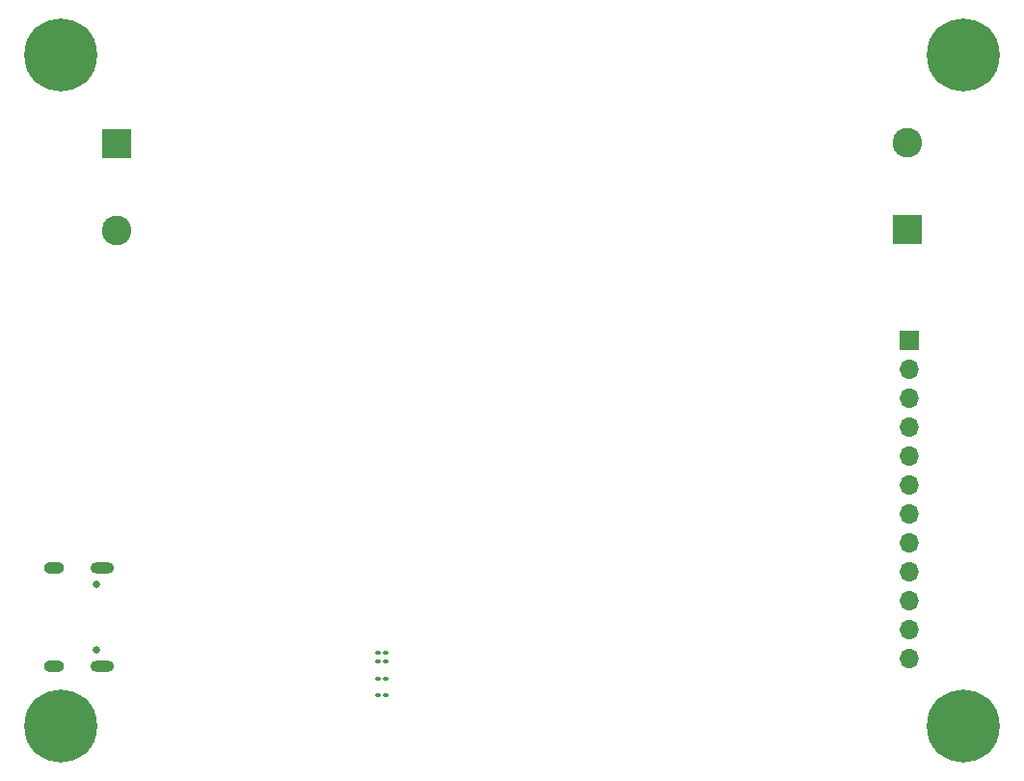
<source format=gbr>
G04 #@! TF.GenerationSoftware,KiCad,Pcbnew,9.0.3*
G04 #@! TF.CreationDate,2025-08-19T12:31:52-07:00*
G04 #@! TF.ProjectId,battery_protector,62617474-6572-4795-9f70-726f74656374,rev?*
G04 #@! TF.SameCoordinates,Original*
G04 #@! TF.FileFunction,Soldermask,Bot*
G04 #@! TF.FilePolarity,Negative*
%FSLAX46Y46*%
G04 Gerber Fmt 4.6, Leading zero omitted, Abs format (unit mm)*
G04 Created by KiCad (PCBNEW 9.0.3) date 2025-08-19 12:31:52*
%MOMM*%
%LPD*%
G01*
G04 APERTURE LIST*
G04 Aperture macros list*
%AMRoundRect*
0 Rectangle with rounded corners*
0 $1 Rounding radius*
0 $2 $3 $4 $5 $6 $7 $8 $9 X,Y pos of 4 corners*
0 Add a 4 corners polygon primitive as box body*
4,1,4,$2,$3,$4,$5,$6,$7,$8,$9,$2,$3,0*
0 Add four circle primitives for the rounded corners*
1,1,$1+$1,$2,$3*
1,1,$1+$1,$4,$5*
1,1,$1+$1,$6,$7*
1,1,$1+$1,$8,$9*
0 Add four rect primitives between the rounded corners*
20,1,$1+$1,$2,$3,$4,$5,0*
20,1,$1+$1,$4,$5,$6,$7,0*
20,1,$1+$1,$6,$7,$8,$9,0*
20,1,$1+$1,$8,$9,$2,$3,0*%
G04 Aperture macros list end*
%ADD10C,0.650000*%
%ADD11O,2.100000X1.000000*%
%ADD12O,1.800000X1.000000*%
%ADD13R,1.700000X1.700000*%
%ADD14O,1.700000X1.700000*%
%ADD15C,3.600000*%
%ADD16C,6.400000*%
%ADD17RoundRect,0.102000X-1.200000X1.200000X-1.200000X-1.200000X1.200000X-1.200000X1.200000X1.200000X0*%
%ADD18C,2.604000*%
%ADD19RoundRect,0.102000X1.200000X-1.200000X1.200000X1.200000X-1.200000X1.200000X-1.200000X-1.200000X0*%
%ADD20RoundRect,0.100000X0.130000X0.100000X-0.130000X0.100000X-0.130000X-0.100000X0.130000X-0.100000X0*%
G04 APERTURE END LIST*
D10*
X84056000Y-112360000D03*
X84056000Y-118140000D03*
D11*
X84556000Y-110930000D03*
D12*
X80376000Y-110930000D03*
D11*
X84556000Y-119570000D03*
D12*
X80376000Y-119570000D03*
D13*
X155500000Y-90940000D03*
D14*
X155500000Y-93480000D03*
X155500000Y-96020000D03*
X155500000Y-98560000D03*
X155500000Y-101100000D03*
X155500000Y-103640000D03*
X155500000Y-106180000D03*
X155500000Y-108720000D03*
X155500000Y-111260000D03*
X155500000Y-113800000D03*
X155500000Y-116340000D03*
X155500000Y-118880000D03*
D15*
X80963923Y-65907119D03*
D16*
X80963923Y-65907119D03*
D15*
X160200000Y-65907119D03*
D16*
X160200000Y-65907119D03*
D15*
X80963923Y-124800000D03*
D16*
X80963923Y-124800000D03*
D15*
X160200000Y-124800000D03*
D16*
X160200000Y-124800000D03*
D17*
X85887500Y-73690000D03*
D18*
X85887500Y-81310000D03*
D19*
X155310000Y-81190000D03*
D18*
X155310000Y-73570000D03*
D20*
X109470000Y-118400000D03*
X108830000Y-118400000D03*
X109470000Y-120630000D03*
X108830000Y-120630000D03*
X109470000Y-119130000D03*
X108830000Y-119130000D03*
X109470000Y-122100000D03*
X108830000Y-122100000D03*
M02*

</source>
